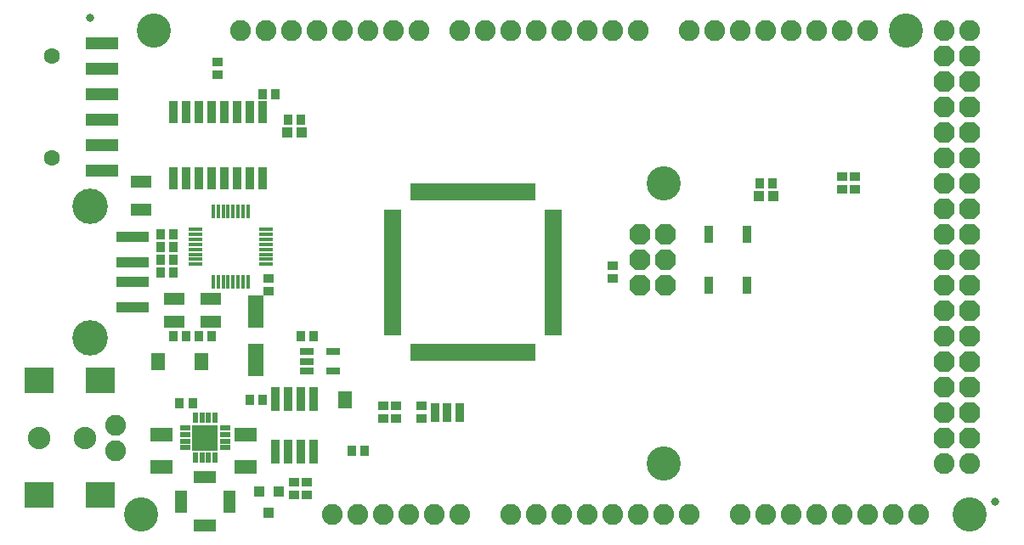
<source format=gts>
G75*
G70*
%OFA0B0*%
%FSLAX24Y24*%
%IPPOS*%
%LPD*%
%AMOC8*
5,1,8,0,0,1.08239X$1,22.5*
%
%ADD10R,0.0671X0.0198*%
%ADD11R,0.0198X0.0671*%
%ADD12OC8,0.0820*%
%ADD13R,0.0356X0.0749*%
%ADD14C,0.0820*%
%ADD15C,0.1340*%
%ADD16R,0.1182X0.1025*%
%ADD17C,0.0880*%
%ADD18R,0.0356X0.0434*%
%ADD19R,0.0434X0.0356*%
%ADD20R,0.0380X0.0680*%
%ADD21R,0.0395X0.0395*%
%ADD22R,0.0552X0.0297*%
%ADD23R,0.1261X0.0474*%
%ADD24C,0.0631*%
%ADD25R,0.0580X0.0330*%
%ADD26R,0.0580X0.0659*%
%ADD27R,0.0320X0.0950*%
%ADD28R,0.0395X0.0434*%
%ADD29R,0.0867X0.0552*%
%ADD30R,0.0513X0.0867*%
%ADD31R,0.0867X0.0513*%
%ADD32R,0.0631X0.1261*%
%ADD33R,0.0789X0.0474*%
%ADD34C,0.1390*%
%ADD35R,0.1261X0.0434*%
%ADD36R,0.0828X0.0513*%
%ADD37R,0.0340X0.0880*%
%ADD38R,0.0395X0.0218*%
%ADD39R,0.0218X0.0395*%
%ADD40R,0.1024X0.1024*%
%ADD41R,0.0530X0.0180*%
%ADD42R,0.0180X0.0530*%
%ADD43C,0.0330*%
D10*
X016330Y008638D03*
X016330Y008835D03*
X016330Y009031D03*
X016330Y009228D03*
X016330Y009425D03*
X016330Y009622D03*
X016330Y009819D03*
X016330Y010016D03*
X016330Y010213D03*
X016330Y010409D03*
X016330Y010606D03*
X016330Y010803D03*
X016330Y011000D03*
X016330Y011197D03*
X016330Y011394D03*
X016330Y011591D03*
X016330Y011787D03*
X016330Y011984D03*
X016330Y012181D03*
X016330Y012378D03*
X016330Y012575D03*
X016330Y012772D03*
X016330Y012969D03*
X016330Y013165D03*
X016330Y013362D03*
X022629Y013362D03*
X022629Y013165D03*
X022629Y012969D03*
X022629Y012772D03*
X022629Y012575D03*
X022629Y012378D03*
X022629Y012181D03*
X022629Y011984D03*
X022629Y011787D03*
X022629Y011591D03*
X022629Y011394D03*
X022629Y011197D03*
X022629Y011000D03*
X022629Y010803D03*
X022629Y010606D03*
X022629Y010409D03*
X022629Y010213D03*
X022629Y010016D03*
X022629Y009819D03*
X022629Y009622D03*
X022629Y009425D03*
X022629Y009228D03*
X022629Y009031D03*
X022629Y008835D03*
X022629Y008638D03*
D11*
X021842Y007850D03*
X021645Y007850D03*
X021448Y007850D03*
X021251Y007850D03*
X021054Y007850D03*
X020857Y007850D03*
X020660Y007850D03*
X020464Y007850D03*
X020267Y007850D03*
X020070Y007850D03*
X019873Y007850D03*
X019676Y007850D03*
X019479Y007850D03*
X019282Y007850D03*
X019086Y007850D03*
X018889Y007850D03*
X018692Y007850D03*
X018495Y007850D03*
X018298Y007850D03*
X018101Y007850D03*
X017905Y007850D03*
X017708Y007850D03*
X017511Y007850D03*
X017314Y007850D03*
X017117Y007850D03*
X017117Y014150D03*
X017314Y014150D03*
X017511Y014150D03*
X017708Y014150D03*
X017905Y014150D03*
X018101Y014150D03*
X018298Y014150D03*
X018495Y014150D03*
X018692Y014150D03*
X018889Y014150D03*
X019086Y014150D03*
X019282Y014150D03*
X019479Y014150D03*
X019676Y014150D03*
X019873Y014150D03*
X020070Y014150D03*
X020267Y014150D03*
X020464Y014150D03*
X020660Y014150D03*
X020857Y014150D03*
X021054Y014150D03*
X021251Y014150D03*
X021448Y014150D03*
X021645Y014150D03*
X021842Y014150D03*
D12*
X026029Y012500D03*
X027029Y012500D03*
X027029Y011500D03*
X026029Y011500D03*
X026029Y010500D03*
X027029Y010500D03*
X037979Y010500D03*
X038979Y010500D03*
X038979Y009500D03*
X037979Y009500D03*
X037979Y008500D03*
X038979Y008500D03*
X038979Y007500D03*
X037979Y007500D03*
X037979Y006500D03*
X038979Y006500D03*
X038979Y005500D03*
X037979Y005500D03*
X037979Y004500D03*
X038979Y004500D03*
X038979Y011500D03*
X037979Y011500D03*
X037979Y012500D03*
X038979Y012500D03*
X038979Y013500D03*
X037979Y013500D03*
X037979Y014500D03*
X038979Y014500D03*
X038979Y015500D03*
X037979Y015500D03*
X037979Y016500D03*
X038979Y016500D03*
X038979Y017500D03*
X037979Y017500D03*
X037979Y018500D03*
X038979Y018500D03*
X038979Y019500D03*
X037979Y019500D03*
D13*
X018952Y005500D03*
X018479Y005500D03*
X018007Y005500D03*
D14*
X017979Y001500D03*
X016979Y001500D03*
X015979Y001500D03*
X014979Y001500D03*
X013979Y001500D03*
X018979Y001500D03*
X020979Y001500D03*
X021979Y001500D03*
X022979Y001500D03*
X023979Y001500D03*
X024979Y001500D03*
X025979Y001500D03*
X026979Y001500D03*
X027979Y001500D03*
X029979Y001500D03*
X030979Y001500D03*
X031979Y001500D03*
X032979Y001500D03*
X033979Y001500D03*
X034979Y001500D03*
X035979Y001500D03*
X036979Y001500D03*
X037979Y003500D03*
X038979Y003500D03*
X038979Y020500D03*
X037979Y020500D03*
X034979Y020500D03*
X033979Y020500D03*
X032979Y020500D03*
X031979Y020500D03*
X030979Y020500D03*
X029979Y020500D03*
X028979Y020500D03*
X027979Y020500D03*
X025979Y020500D03*
X024979Y020500D03*
X023979Y020500D03*
X022979Y020500D03*
X021979Y020500D03*
X020979Y020500D03*
X019979Y020500D03*
X018979Y020500D03*
X017379Y020500D03*
X016379Y020500D03*
X015379Y020500D03*
X014379Y020500D03*
X013379Y020500D03*
X012379Y020500D03*
X011379Y020500D03*
X010379Y020500D03*
X005479Y005000D03*
X005479Y004000D03*
D15*
X006479Y001500D03*
X026979Y003500D03*
X038979Y001500D03*
X026979Y014500D03*
X036479Y020500D03*
X006979Y020500D03*
D16*
X002479Y002256D03*
X004881Y002256D03*
X004881Y006744D03*
X002479Y006744D03*
D17*
X002479Y004500D03*
X004279Y004500D03*
D18*
X007973Y005850D03*
X008485Y005850D03*
X010723Y006000D03*
X011235Y006000D03*
X014723Y004000D03*
X015235Y004000D03*
X013235Y008500D03*
X012723Y008500D03*
X009235Y008500D03*
X008723Y008500D03*
X008235Y008500D03*
X007723Y008500D03*
X007735Y011000D03*
X007223Y011000D03*
X007223Y011500D03*
X007735Y011500D03*
X007735Y012000D03*
X007223Y012000D03*
X007223Y012500D03*
X007735Y012500D03*
X012223Y017000D03*
X012735Y017000D03*
X011735Y018000D03*
X011223Y018000D03*
X030723Y014500D03*
X031235Y014500D03*
D19*
X033979Y014244D03*
X034479Y014244D03*
X034479Y014756D03*
X033979Y014756D03*
X024979Y011256D03*
X024979Y010744D03*
X017479Y005756D03*
X017479Y005244D03*
X016479Y005244D03*
X015979Y005244D03*
X015979Y005756D03*
X016479Y005756D03*
X012979Y002756D03*
X012479Y002756D03*
X012479Y002244D03*
X012979Y002244D03*
X011479Y010244D03*
X011479Y010756D03*
X009479Y018744D03*
X009479Y019256D03*
D20*
X028729Y012500D03*
X030229Y012500D03*
X030229Y010500D03*
X028729Y010500D03*
D21*
X030684Y014000D03*
X031275Y014000D03*
X012775Y016500D03*
X012184Y016500D03*
D22*
X012967Y007874D03*
X012967Y007500D03*
X012967Y007126D03*
X013991Y007126D03*
X013991Y007874D03*
D23*
X004948Y015000D03*
X004948Y016000D03*
X004948Y017000D03*
X004948Y018000D03*
X004948Y019000D03*
X004948Y020000D03*
D24*
X002979Y019500D03*
X002979Y015500D03*
D25*
X014479Y006162D03*
X014479Y005838D03*
D26*
X008826Y007500D03*
X007133Y007500D03*
D27*
X011729Y006030D03*
X012229Y006030D03*
X012729Y006030D03*
X013229Y006030D03*
X013229Y003970D03*
X012729Y003970D03*
X012229Y003970D03*
X011729Y003970D03*
D28*
X011853Y002394D03*
X011105Y002394D03*
X011479Y001567D03*
D29*
X010579Y003370D03*
X010579Y004630D03*
X007279Y004630D03*
X007279Y003370D03*
D30*
X008034Y002000D03*
X009924Y002000D03*
D31*
X008979Y001055D03*
X008979Y002945D03*
D32*
X010979Y007555D03*
X010979Y009445D03*
D33*
X006479Y013449D03*
X006479Y014551D03*
D34*
X004479Y013585D03*
X004479Y008415D03*
D35*
X006138Y009622D03*
X006138Y010606D03*
X006138Y011394D03*
X006138Y012378D03*
D36*
X007751Y009953D03*
X007751Y009047D03*
X009208Y009047D03*
X009208Y009953D03*
D37*
X009229Y014695D03*
X008729Y014695D03*
X008229Y014695D03*
X007729Y014695D03*
X009729Y014695D03*
X010229Y014695D03*
X010729Y014695D03*
X011229Y014695D03*
X011229Y017305D03*
X010729Y017305D03*
X010229Y017305D03*
X009729Y017305D03*
X009229Y017305D03*
X008729Y017305D03*
X008229Y017305D03*
X007729Y017305D03*
D38*
X008192Y004884D03*
X008192Y004628D03*
X008192Y004372D03*
X008192Y004116D03*
X009767Y004116D03*
X009767Y004372D03*
X009767Y004628D03*
X009767Y004884D03*
D39*
X009363Y005287D03*
X009107Y005287D03*
X008851Y005287D03*
X008595Y005287D03*
X008595Y003713D03*
X008851Y003713D03*
X009107Y003713D03*
X009363Y003713D03*
D40*
X008979Y004500D03*
D41*
X008601Y011311D03*
X008601Y011508D03*
X008601Y011705D03*
X008601Y011902D03*
X008601Y012098D03*
X008601Y012295D03*
X008601Y012492D03*
X008601Y012689D03*
X011357Y012689D03*
X011357Y012492D03*
X011357Y012295D03*
X011357Y012098D03*
X011357Y011902D03*
X011357Y011705D03*
X011357Y011508D03*
X011357Y011311D03*
D42*
X010668Y010622D03*
X010471Y010622D03*
X010275Y010622D03*
X010078Y010622D03*
X009881Y010622D03*
X009684Y010622D03*
X009487Y010622D03*
X009290Y010622D03*
X009290Y013378D03*
X009487Y013378D03*
X009684Y013378D03*
X009881Y013378D03*
X010078Y013378D03*
X010275Y013378D03*
X010471Y013378D03*
X010668Y013378D03*
D43*
X004479Y021000D03*
X039979Y002000D03*
M02*

</source>
